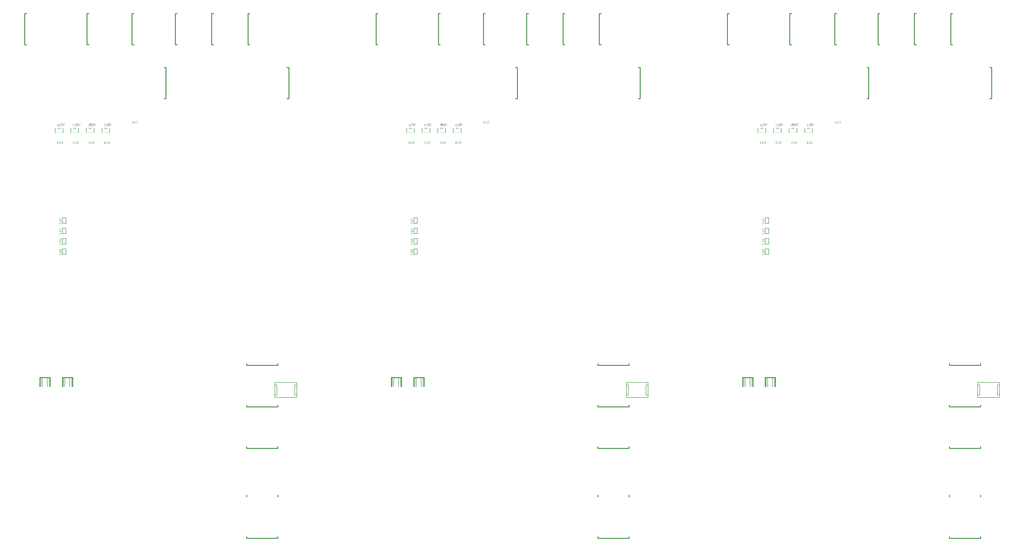
<source format=gbo>
G75*
G70*
%OFA0B0*%
%FSLAX25Y25*%
%IPPOS*%
%LPD*%
%AMOC8*
5,1,8,0,0,1.08239X$1,22.5*
%
%ADD122C,0.00600*%
%ADD26C,0.01200*%
%ADD32C,0.00300*%
%ADD76C,0.00800*%
%ADD91C,0.00500*%
X0060000Y0060000D02*
G75*
%LPD*%
D32*
X0140990Y0555250D02*
X0140510Y0555730D01*
X0140510Y0556700D01*
X0140990Y0557180D01*
X0140990Y0558190D02*
X0140510Y0558680D01*
X0140510Y0559650D01*
X0140990Y0560130D01*
X0141960Y0560130D01*
X0142440Y0559650D01*
X0142440Y0559160D01*
X0141960Y0558190D01*
X0143410Y0558190D01*
X0143410Y0560130D01*
X0142930Y0561140D02*
X0143410Y0561620D01*
X0143410Y0562590D01*
X0142930Y0563080D01*
X0140990Y0561140D01*
X0140510Y0561620D01*
X0140510Y0562590D01*
X0140990Y0563080D01*
X0142930Y0563080D01*
X0142930Y0561140D02*
X0140990Y0561140D01*
X0142930Y0557180D02*
X0143410Y0556700D01*
X0143410Y0555730D01*
X0142930Y0555250D01*
X0140990Y0555250D01*
X0140990Y0570250D02*
X0140510Y0570730D01*
X0140510Y0571700D01*
X0140990Y0572180D01*
X0141960Y0573190D02*
X0141960Y0575130D01*
X0142440Y0576140D02*
X0141960Y0576620D01*
X0141960Y0578080D01*
X0140990Y0578080D02*
X0142930Y0578080D01*
X0143410Y0577590D01*
X0143410Y0576620D01*
X0142930Y0576140D01*
X0142440Y0576140D01*
X0140990Y0576140D02*
X0140510Y0576620D01*
X0140510Y0577590D01*
X0140990Y0578080D01*
X0140510Y0574650D02*
X0143410Y0574650D01*
X0141960Y0573190D01*
X0142930Y0572180D02*
X0143410Y0571700D01*
X0143410Y0570730D01*
X0142930Y0570250D01*
X0140990Y0570250D01*
X0140990Y0585250D02*
X0140510Y0585730D01*
X0140510Y0586700D01*
X0140990Y0587180D01*
X0141960Y0588190D02*
X0141960Y0590130D01*
X0142930Y0591140D02*
X0143410Y0591620D01*
X0143410Y0592590D01*
X0142930Y0593080D01*
X0142440Y0593080D01*
X0140510Y0591140D01*
X0140510Y0593080D01*
X0140510Y0589650D02*
X0143410Y0589650D01*
X0141960Y0588190D01*
X0142930Y0587180D02*
X0143410Y0586700D01*
X0143410Y0585730D01*
X0142930Y0585250D01*
X0140990Y0585250D01*
X0140990Y0600250D02*
X0140510Y0600730D01*
X0140510Y0601700D01*
X0140990Y0602180D01*
X0141960Y0603190D02*
X0141960Y0605130D01*
X0142440Y0606140D02*
X0143410Y0607110D01*
X0140510Y0607110D01*
X0140510Y0606140D02*
X0140510Y0608080D01*
X0140510Y0604650D02*
X0143410Y0604650D01*
X0141960Y0603190D01*
X0142930Y0602180D02*
X0143410Y0601700D01*
X0143410Y0600730D01*
X0142930Y0600250D01*
X0140990Y0600250D01*
X0140790Y0715950D02*
X0141760Y0715950D01*
X0142240Y0716430D01*
X0143250Y0715950D02*
X0144220Y0716920D01*
X0143730Y0716920D02*
X0145190Y0716920D01*
X0145190Y0715950D02*
X0145190Y0718850D01*
X0143730Y0718850D01*
X0143250Y0718370D01*
X0143250Y0717400D01*
X0143730Y0716920D01*
X0142240Y0718370D02*
X0141760Y0718850D01*
X0140790Y0718850D01*
X0140300Y0718370D01*
X0140300Y0717880D01*
X0140790Y0717400D01*
X0140300Y0716920D01*
X0140300Y0716430D01*
X0140790Y0715950D01*
X0140790Y0717400D02*
X0141270Y0717400D01*
X0139290Y0716430D02*
X0138810Y0715950D01*
X0137840Y0715950D01*
X0137360Y0716430D01*
X0137360Y0716920D01*
X0137840Y0717400D01*
X0138330Y0717400D01*
X0137840Y0717400D02*
X0137360Y0717880D01*
X0137360Y0718370D01*
X0137840Y0718850D01*
X0138810Y0718850D01*
X0139290Y0718370D01*
X0138810Y0741450D02*
X0137840Y0741450D01*
X0137360Y0741930D01*
X0137360Y0742420D01*
X0137840Y0742900D01*
X0139290Y0742900D01*
X0139290Y0741930D01*
X0138810Y0741450D01*
X0139290Y0742900D02*
X0138330Y0743870D01*
X0137360Y0744350D01*
X0140300Y0743870D02*
X0140300Y0743380D01*
X0140790Y0742900D01*
X0140300Y0742420D01*
X0140300Y0741930D01*
X0140790Y0741450D01*
X0141760Y0741450D01*
X0142240Y0741930D01*
X0143250Y0741930D02*
X0143730Y0741450D01*
X0144700Y0741450D01*
X0145190Y0741930D01*
X0145190Y0743870D01*
X0144700Y0744350D01*
X0143730Y0744350D01*
X0143250Y0743870D01*
X0142240Y0743870D02*
X0141760Y0744350D01*
X0140790Y0744350D01*
X0140300Y0743870D01*
X0140790Y0742900D02*
X0141270Y0742900D01*
X0142470Y0745070D02*
X0144400Y0743130D01*
X0144400Y0742650D01*
X0145410Y0743130D02*
X0145410Y0745550D01*
X0144400Y0745550D02*
X0142470Y0745550D01*
X0142470Y0745070D01*
X0145410Y0743130D02*
X0145900Y0742650D01*
X0146860Y0742650D01*
X0147350Y0743130D01*
X0147350Y0745550D01*
X0159860Y0742900D02*
X0161790Y0742900D01*
X0160340Y0744350D01*
X0160340Y0741450D01*
X0162800Y0741450D02*
X0164740Y0741450D01*
X0163770Y0741450D02*
X0163770Y0744350D01*
X0164740Y0743380D01*
X0164970Y0743620D02*
X0164970Y0743130D01*
X0165450Y0742650D01*
X0166420Y0742650D01*
X0166900Y0743130D01*
X0167910Y0743130D02*
X0167910Y0745550D01*
X0166900Y0745070D02*
X0166420Y0745550D01*
X0165450Y0745550D01*
X0164970Y0745070D01*
X0164970Y0744580D01*
X0165450Y0744100D01*
X0164970Y0743620D01*
X0165450Y0744100D02*
X0165930Y0744100D01*
X0165750Y0743870D02*
X0166230Y0744350D01*
X0167200Y0744350D01*
X0167690Y0743870D01*
X0167690Y0741930D01*
X0167200Y0741450D01*
X0166230Y0741450D01*
X0165750Y0741930D01*
X0167910Y0743130D02*
X0168400Y0742650D01*
X0169360Y0742650D01*
X0169850Y0743130D01*
X0169850Y0745550D01*
X0182360Y0744350D02*
X0184290Y0744350D01*
X0184290Y0742900D01*
X0183330Y0743380D01*
X0182840Y0743380D01*
X0182360Y0742900D01*
X0182360Y0741930D01*
X0182840Y0741450D01*
X0183810Y0741450D01*
X0184290Y0741930D01*
X0185000Y0742650D02*
X0185970Y0742650D01*
X0186450Y0743130D01*
X0184520Y0745070D01*
X0184520Y0743130D01*
X0185000Y0742650D01*
X0185300Y0742420D02*
X0185300Y0741930D01*
X0185790Y0741450D01*
X0186760Y0741450D01*
X0187240Y0741930D01*
X0187470Y0742650D02*
X0189400Y0742650D01*
X0188430Y0742650D02*
X0188430Y0745550D01*
X0189400Y0744580D01*
X0189700Y0744350D02*
X0188730Y0744350D01*
X0188250Y0743870D01*
X0187240Y0743870D02*
X0186760Y0744350D01*
X0185790Y0744350D01*
X0185300Y0743870D01*
X0185300Y0743380D01*
X0185790Y0742900D01*
X0185300Y0742420D01*
X0185790Y0742900D02*
X0186270Y0742900D01*
X0186450Y0743130D02*
X0186450Y0745070D01*
X0185970Y0745550D01*
X0185000Y0745550D01*
X0184520Y0745070D01*
X0188250Y0741930D02*
X0188730Y0741450D01*
X0189700Y0741450D01*
X0190190Y0741930D01*
X0190190Y0743870D01*
X0189700Y0744350D01*
X0190410Y0745550D02*
X0190410Y0743130D01*
X0190900Y0742650D01*
X0191860Y0742650D01*
X0192350Y0743130D01*
X0192350Y0745550D01*
X0204860Y0744350D02*
X0206790Y0744350D01*
X0206790Y0742900D01*
X0205830Y0743380D01*
X0205340Y0743380D01*
X0204860Y0742900D01*
X0204860Y0741930D01*
X0205340Y0741450D01*
X0206310Y0741450D01*
X0206790Y0741930D01*
X0207800Y0741450D02*
X0209740Y0741450D01*
X0208770Y0741450D02*
X0208770Y0744350D01*
X0209740Y0743380D01*
X0209970Y0743130D02*
X0210450Y0742650D01*
X0211420Y0742650D01*
X0211900Y0743130D01*
X0211900Y0744100D02*
X0210930Y0744580D01*
X0210450Y0744580D01*
X0209970Y0744100D01*
X0209970Y0743130D01*
X0210750Y0743870D02*
X0211230Y0744350D01*
X0212200Y0744350D01*
X0212690Y0743870D01*
X0212690Y0741930D01*
X0212200Y0741450D01*
X0211230Y0741450D01*
X0210750Y0741930D01*
X0211900Y0744100D02*
X0211900Y0745550D01*
X0209970Y0745550D01*
X0212910Y0745550D02*
X0212910Y0743130D01*
X0213400Y0742650D01*
X0214360Y0742650D01*
X0214850Y0743130D01*
X0214850Y0745550D01*
X0212690Y0718850D02*
X0211230Y0718850D01*
X0210750Y0718370D01*
X0210750Y0717400D01*
X0211230Y0716920D01*
X0212690Y0716920D01*
X0212690Y0715950D02*
X0212690Y0718850D01*
X0211720Y0716920D02*
X0210750Y0715950D01*
X0209740Y0715950D02*
X0207800Y0715950D01*
X0208770Y0715950D02*
X0208770Y0718850D01*
X0209740Y0717880D01*
X0206790Y0717880D02*
X0206790Y0718370D01*
X0206310Y0718850D01*
X0205340Y0718850D01*
X0204860Y0718370D01*
X0204860Y0717880D01*
X0205340Y0717400D01*
X0206310Y0717400D01*
X0206790Y0717880D01*
X0206310Y0717400D02*
X0206790Y0716920D01*
X0206790Y0716430D01*
X0206310Y0715950D01*
X0205340Y0715950D01*
X0204860Y0716430D01*
X0204860Y0716920D01*
X0205340Y0717400D01*
X0190190Y0716920D02*
X0188730Y0716920D01*
X0188250Y0717400D01*
X0188250Y0718370D01*
X0188730Y0718850D01*
X0190190Y0718850D01*
X0190190Y0715950D01*
X0189220Y0716920D02*
X0188250Y0715950D01*
X0187240Y0717400D02*
X0185300Y0717400D01*
X0184290Y0717880D02*
X0183330Y0718850D01*
X0183330Y0715950D01*
X0184290Y0715950D02*
X0182360Y0715950D01*
X0185790Y0715950D02*
X0185790Y0718850D01*
X0187240Y0717400D01*
X0167690Y0716920D02*
X0166230Y0716920D01*
X0165750Y0717400D01*
X0165750Y0718370D01*
X0166230Y0718850D01*
X0167690Y0718850D01*
X0167690Y0715950D01*
X0166720Y0716920D02*
X0165750Y0715950D01*
X0164740Y0715950D02*
X0162800Y0715950D01*
X0163770Y0715950D02*
X0163770Y0718850D01*
X0164740Y0717880D01*
X0161790Y0718370D02*
X0161310Y0718850D01*
X0160340Y0718850D01*
X0159860Y0718370D01*
X0159860Y0717880D01*
X0161790Y0715950D01*
X0159860Y0715950D01*
X0245520Y0746130D02*
X0245520Y0746620D01*
X0246000Y0747100D01*
X0247450Y0747100D01*
X0247450Y0746130D01*
X0246970Y0745650D01*
X0246000Y0745650D01*
X0245520Y0746130D01*
X0246490Y0748070D02*
X0247450Y0747100D01*
X0246490Y0748070D02*
X0245520Y0748550D01*
X0249430Y0748550D02*
X0249430Y0745650D01*
X0248470Y0745650D02*
X0250400Y0745650D01*
X0251410Y0746130D02*
X0251900Y0745650D01*
X0252860Y0745650D01*
X0253350Y0746130D01*
X0253350Y0748070D01*
X0252860Y0748550D01*
X0251900Y0748550D01*
X0251410Y0748070D01*
X0250400Y0747580D02*
X0249430Y0748550D01*
D122*
X0213100Y0738190D02*
X0213100Y0731810D01*
X0212730Y0731810D01*
X0209550Y0731810D02*
X0209180Y0731810D01*
X0205810Y0731810D02*
X0205440Y0731810D01*
X0202270Y0731810D02*
X0201900Y0731810D01*
X0201900Y0738190D01*
X0202270Y0738190D01*
X0205440Y0738190D02*
X0209550Y0738190D01*
X0212730Y0738190D02*
X0213100Y0738190D01*
X0190600Y0738190D02*
X0190600Y0731810D01*
X0190230Y0731810D01*
X0187050Y0731810D02*
X0186680Y0731810D01*
X0183310Y0731810D02*
X0182940Y0731810D01*
X0179770Y0731810D02*
X0179400Y0731810D01*
X0179400Y0738190D01*
X0179770Y0738190D01*
X0182940Y0738190D02*
X0187050Y0738190D01*
X0190230Y0738190D02*
X0190600Y0738190D01*
X0168100Y0738190D02*
X0168100Y0731810D01*
X0167730Y0731810D01*
X0164550Y0731810D02*
X0164180Y0731810D01*
X0160810Y0731810D02*
X0160440Y0731810D01*
X0157270Y0731810D02*
X0156900Y0731810D01*
X0156900Y0738190D01*
X0157270Y0738190D01*
X0160440Y0738190D02*
X0164550Y0738190D01*
X0167730Y0738190D02*
X0168100Y0738190D01*
X0145600Y0738190D02*
X0145600Y0731810D01*
X0145230Y0731810D01*
X0142050Y0731810D02*
X0141680Y0731810D01*
X0138310Y0731810D02*
X0137940Y0731810D01*
X0134770Y0731810D02*
X0134400Y0731810D01*
X0134400Y0738190D01*
X0134770Y0738190D01*
X0137940Y0738190D02*
X0142050Y0738190D01*
X0145230Y0738190D02*
X0145600Y0738190D01*
D26*
X0112500Y0378000D02*
X0112500Y0365000D01*
X0112500Y0378000D02*
X0114000Y0378000D01*
X0116000Y0378000D01*
X0127200Y0378000D01*
X0127200Y0365000D01*
X0145000Y0365000D02*
X0145000Y0378000D01*
X0146500Y0378000D01*
X0148500Y0378000D01*
X0159700Y0378000D01*
X0159700Y0365000D01*
X0411000Y0338000D02*
X0411000Y0335500D01*
X0456000Y0335500D01*
X0456000Y0338000D01*
X0456000Y0395500D02*
X0411000Y0395500D01*
X0411000Y0398000D01*
X0456000Y0398000D02*
X0456000Y0395500D01*
X0456000Y0278000D02*
X0456000Y0275500D01*
X0411000Y0275500D01*
X0411000Y0278000D01*
X0411000Y0208000D02*
X0411000Y0205500D01*
X0411000Y0148000D02*
X0411000Y0145500D01*
X0456000Y0145500D01*
X0456000Y0148000D01*
X0456000Y0205500D02*
X0456000Y0208000D01*
X0469500Y0781000D02*
X0472000Y0781000D01*
X0472000Y0826000D01*
X0469500Y0826000D01*
X0294500Y0826000D02*
X0294500Y0781000D01*
X0292000Y0781000D01*
X0292000Y0826000D02*
X0294500Y0826000D01*
D76*
X0158200Y0378000D02*
X0158200Y0365000D01*
X0155500Y0364800D02*
X0155500Y0377800D01*
X0148500Y0378000D02*
X0148500Y0365000D01*
X0146500Y0365000D02*
X0146500Y0378000D01*
X0125700Y0378000D02*
X0125700Y0365000D01*
X0123000Y0364800D02*
X0123000Y0377800D01*
X0116000Y0378000D02*
X0116000Y0365000D01*
X0114000Y0365000D02*
X0114000Y0378000D01*
D91*
X0145040Y0556060D02*
X0145040Y0563940D01*
X0149960Y0563940D01*
X0149960Y0556060D01*
X0145040Y0556060D01*
X0145040Y0571060D02*
X0145040Y0578940D01*
X0149960Y0578940D01*
X0149960Y0571060D01*
X0145040Y0571060D01*
X0145040Y0586060D02*
X0145040Y0593940D01*
X0149960Y0593940D01*
X0149960Y0586060D01*
X0145040Y0586060D01*
X0145040Y0601060D02*
X0145040Y0608940D01*
X0149960Y0608940D01*
X0149960Y0601060D01*
X0145040Y0601060D01*
X0451750Y0370830D02*
X0451750Y0367090D01*
X0454780Y0367090D01*
X0454780Y0352910D01*
X0451750Y0352910D01*
X0451750Y0349170D01*
X0483240Y0349170D01*
X0483240Y0352910D01*
X0480210Y0352910D01*
X0480210Y0367090D01*
X0483240Y0367090D01*
X0483240Y0370830D01*
X0451750Y0370830D01*
X0451750Y0367090D02*
X0451750Y0352910D01*
X0483240Y0352910D02*
X0483240Y0367090D01*
X0060000Y0855000D02*
G75*
%LPD*%
D26*
X0090500Y0859000D02*
X0090500Y0904000D01*
X0093000Y0904000D01*
X0180500Y0904000D02*
X0183000Y0904000D01*
X0180500Y0904000D02*
X0180500Y0859000D01*
X0183000Y0859000D01*
X0245500Y0859000D02*
X0245500Y0904000D01*
X0248000Y0904000D01*
X0308000Y0904000D02*
X0310500Y0904000D01*
X0308000Y0904000D02*
X0308000Y0859000D01*
X0310500Y0859000D01*
X0360500Y0859000D02*
X0360500Y0904000D01*
X0363000Y0904000D01*
X0413000Y0904000D02*
X0415500Y0904000D01*
X0413000Y0904000D02*
X0413000Y0859000D01*
X0415500Y0859000D01*
X0363000Y0859000D02*
X0360500Y0859000D01*
X0248000Y0859000D02*
X0245500Y0859000D01*
X0093000Y0859000D02*
X0090500Y0859000D01*
X0567500Y0060000D02*
G75*
%LPD*%
D32*
X0648490Y0555250D02*
X0648010Y0555730D01*
X0648010Y0556700D01*
X0648490Y0557180D01*
X0648490Y0558190D02*
X0648010Y0558680D01*
X0648010Y0559650D01*
X0648490Y0560130D01*
X0649460Y0560130D01*
X0649940Y0559650D01*
X0649940Y0559160D01*
X0649460Y0558190D01*
X0650910Y0558190D01*
X0650910Y0560130D01*
X0650430Y0561140D02*
X0650910Y0561620D01*
X0650910Y0562590D01*
X0650430Y0563080D01*
X0648490Y0561140D01*
X0648010Y0561620D01*
X0648010Y0562590D01*
X0648490Y0563080D01*
X0650430Y0563080D01*
X0650430Y0561140D02*
X0648490Y0561140D01*
X0650430Y0557180D02*
X0650910Y0556700D01*
X0650910Y0555730D01*
X0650430Y0555250D01*
X0648490Y0555250D01*
X0648490Y0570250D02*
X0648010Y0570730D01*
X0648010Y0571700D01*
X0648490Y0572180D01*
X0649460Y0573190D02*
X0649460Y0575130D01*
X0649940Y0576140D02*
X0649460Y0576620D01*
X0649460Y0578080D01*
X0648490Y0578080D02*
X0650430Y0578080D01*
X0650910Y0577590D01*
X0650910Y0576620D01*
X0650430Y0576140D01*
X0649940Y0576140D01*
X0648490Y0576140D02*
X0648010Y0576620D01*
X0648010Y0577590D01*
X0648490Y0578080D01*
X0648010Y0574650D02*
X0650910Y0574650D01*
X0649460Y0573190D01*
X0650430Y0572180D02*
X0650910Y0571700D01*
X0650910Y0570730D01*
X0650430Y0570250D01*
X0648490Y0570250D01*
X0648490Y0585250D02*
X0648010Y0585730D01*
X0648010Y0586700D01*
X0648490Y0587180D01*
X0649460Y0588190D02*
X0649460Y0590130D01*
X0650430Y0591140D02*
X0650910Y0591620D01*
X0650910Y0592590D01*
X0650430Y0593080D01*
X0649940Y0593080D01*
X0648010Y0591140D01*
X0648010Y0593080D01*
X0648010Y0589650D02*
X0650910Y0589650D01*
X0649460Y0588190D01*
X0650430Y0587180D02*
X0650910Y0586700D01*
X0650910Y0585730D01*
X0650430Y0585250D01*
X0648490Y0585250D01*
X0648490Y0600250D02*
X0648010Y0600730D01*
X0648010Y0601700D01*
X0648490Y0602180D01*
X0649460Y0603190D02*
X0649460Y0605130D01*
X0649940Y0606140D02*
X0650910Y0607110D01*
X0648010Y0607110D01*
X0648010Y0606140D02*
X0648010Y0608080D01*
X0648010Y0604650D02*
X0650910Y0604650D01*
X0649460Y0603190D01*
X0650430Y0602180D02*
X0650910Y0601700D01*
X0650910Y0600730D01*
X0650430Y0600250D01*
X0648490Y0600250D01*
X0648290Y0715950D02*
X0649260Y0715950D01*
X0649740Y0716430D01*
X0650750Y0715950D02*
X0651720Y0716920D01*
X0651230Y0716920D02*
X0652690Y0716920D01*
X0652690Y0715950D02*
X0652690Y0718850D01*
X0651230Y0718850D01*
X0650750Y0718370D01*
X0650750Y0717400D01*
X0651230Y0716920D01*
X0649740Y0718370D02*
X0649260Y0718850D01*
X0648290Y0718850D01*
X0647800Y0718370D01*
X0647800Y0717880D01*
X0648290Y0717400D01*
X0647800Y0716920D01*
X0647800Y0716430D01*
X0648290Y0715950D01*
X0648290Y0717400D02*
X0648770Y0717400D01*
X0646790Y0716430D02*
X0646310Y0715950D01*
X0645340Y0715950D01*
X0644860Y0716430D01*
X0644860Y0716920D01*
X0645340Y0717400D01*
X0645830Y0717400D01*
X0645340Y0717400D02*
X0644860Y0717880D01*
X0644860Y0718370D01*
X0645340Y0718850D01*
X0646310Y0718850D01*
X0646790Y0718370D01*
X0646310Y0741450D02*
X0645340Y0741450D01*
X0644860Y0741930D01*
X0644860Y0742420D01*
X0645340Y0742900D01*
X0646790Y0742900D01*
X0646790Y0741930D01*
X0646310Y0741450D01*
X0646790Y0742900D02*
X0645830Y0743870D01*
X0644860Y0744350D01*
X0647800Y0743870D02*
X0647800Y0743380D01*
X0648290Y0742900D01*
X0647800Y0742420D01*
X0647800Y0741930D01*
X0648290Y0741450D01*
X0649260Y0741450D01*
X0649740Y0741930D01*
X0650750Y0741930D02*
X0651230Y0741450D01*
X0652200Y0741450D01*
X0652690Y0741930D01*
X0652690Y0743870D01*
X0652200Y0744350D01*
X0651230Y0744350D01*
X0650750Y0743870D01*
X0649740Y0743870D02*
X0649260Y0744350D01*
X0648290Y0744350D01*
X0647800Y0743870D01*
X0648290Y0742900D02*
X0648770Y0742900D01*
X0649970Y0745070D02*
X0651900Y0743130D01*
X0651900Y0742650D01*
X0652910Y0743130D02*
X0652910Y0745550D01*
X0651900Y0745550D02*
X0649970Y0745550D01*
X0649970Y0745070D01*
X0652910Y0743130D02*
X0653400Y0742650D01*
X0654360Y0742650D01*
X0654850Y0743130D01*
X0654850Y0745550D01*
X0667360Y0742900D02*
X0669290Y0742900D01*
X0667840Y0744350D01*
X0667840Y0741450D01*
X0670300Y0741450D02*
X0672240Y0741450D01*
X0671270Y0741450D02*
X0671270Y0744350D01*
X0672240Y0743380D01*
X0672470Y0743620D02*
X0672470Y0743130D01*
X0672950Y0742650D01*
X0673920Y0742650D01*
X0674400Y0743130D01*
X0675410Y0743130D02*
X0675410Y0745550D01*
X0674400Y0745070D02*
X0673920Y0745550D01*
X0672950Y0745550D01*
X0672470Y0745070D01*
X0672470Y0744580D01*
X0672950Y0744100D01*
X0672470Y0743620D01*
X0672950Y0744100D02*
X0673430Y0744100D01*
X0673250Y0743870D02*
X0673730Y0744350D01*
X0674700Y0744350D01*
X0675190Y0743870D01*
X0675190Y0741930D01*
X0674700Y0741450D01*
X0673730Y0741450D01*
X0673250Y0741930D01*
X0675410Y0743130D02*
X0675900Y0742650D01*
X0676860Y0742650D01*
X0677350Y0743130D01*
X0677350Y0745550D01*
X0689860Y0744350D02*
X0691790Y0744350D01*
X0691790Y0742900D01*
X0690830Y0743380D01*
X0690340Y0743380D01*
X0689860Y0742900D01*
X0689860Y0741930D01*
X0690340Y0741450D01*
X0691310Y0741450D01*
X0691790Y0741930D01*
X0692500Y0742650D02*
X0693470Y0742650D01*
X0693950Y0743130D01*
X0692020Y0745070D01*
X0692020Y0743130D01*
X0692500Y0742650D01*
X0692800Y0742420D02*
X0692800Y0741930D01*
X0693290Y0741450D01*
X0694260Y0741450D01*
X0694740Y0741930D01*
X0694970Y0742650D02*
X0696900Y0742650D01*
X0695930Y0742650D02*
X0695930Y0745550D01*
X0696900Y0744580D01*
X0697200Y0744350D02*
X0696230Y0744350D01*
X0695750Y0743870D01*
X0694740Y0743870D02*
X0694260Y0744350D01*
X0693290Y0744350D01*
X0692800Y0743870D01*
X0692800Y0743380D01*
X0693290Y0742900D01*
X0692800Y0742420D01*
X0693290Y0742900D02*
X0693770Y0742900D01*
X0693950Y0743130D02*
X0693950Y0745070D01*
X0693470Y0745550D01*
X0692500Y0745550D01*
X0692020Y0745070D01*
X0695750Y0741930D02*
X0696230Y0741450D01*
X0697200Y0741450D01*
X0697690Y0741930D01*
X0697690Y0743870D01*
X0697200Y0744350D01*
X0697910Y0745550D02*
X0697910Y0743130D01*
X0698400Y0742650D01*
X0699360Y0742650D01*
X0699850Y0743130D01*
X0699850Y0745550D01*
X0712360Y0744350D02*
X0714290Y0744350D01*
X0714290Y0742900D01*
X0713330Y0743380D01*
X0712840Y0743380D01*
X0712360Y0742900D01*
X0712360Y0741930D01*
X0712840Y0741450D01*
X0713810Y0741450D01*
X0714290Y0741930D01*
X0715300Y0741450D02*
X0717240Y0741450D01*
X0716270Y0741450D02*
X0716270Y0744350D01*
X0717240Y0743380D01*
X0717470Y0743130D02*
X0717950Y0742650D01*
X0718920Y0742650D01*
X0719400Y0743130D01*
X0719400Y0744100D02*
X0718430Y0744580D01*
X0717950Y0744580D01*
X0717470Y0744100D01*
X0717470Y0743130D01*
X0718250Y0743870D02*
X0718730Y0744350D01*
X0719700Y0744350D01*
X0720190Y0743870D01*
X0720190Y0741930D01*
X0719700Y0741450D01*
X0718730Y0741450D01*
X0718250Y0741930D01*
X0719400Y0744100D02*
X0719400Y0745550D01*
X0717470Y0745550D01*
X0720410Y0745550D02*
X0720410Y0743130D01*
X0720900Y0742650D01*
X0721860Y0742650D01*
X0722350Y0743130D01*
X0722350Y0745550D01*
X0720190Y0718850D02*
X0718730Y0718850D01*
X0718250Y0718370D01*
X0718250Y0717400D01*
X0718730Y0716920D01*
X0720190Y0716920D01*
X0720190Y0715950D02*
X0720190Y0718850D01*
X0719220Y0716920D02*
X0718250Y0715950D01*
X0717240Y0715950D02*
X0715300Y0715950D01*
X0716270Y0715950D02*
X0716270Y0718850D01*
X0717240Y0717880D01*
X0714290Y0717880D02*
X0714290Y0718370D01*
X0713810Y0718850D01*
X0712840Y0718850D01*
X0712360Y0718370D01*
X0712360Y0717880D01*
X0712840Y0717400D01*
X0713810Y0717400D01*
X0714290Y0717880D01*
X0713810Y0717400D02*
X0714290Y0716920D01*
X0714290Y0716430D01*
X0713810Y0715950D01*
X0712840Y0715950D01*
X0712360Y0716430D01*
X0712360Y0716920D01*
X0712840Y0717400D01*
X0697690Y0716920D02*
X0696230Y0716920D01*
X0695750Y0717400D01*
X0695750Y0718370D01*
X0696230Y0718850D01*
X0697690Y0718850D01*
X0697690Y0715950D01*
X0696720Y0716920D02*
X0695750Y0715950D01*
X0694740Y0717400D02*
X0692800Y0717400D01*
X0691790Y0717880D02*
X0690830Y0718850D01*
X0690830Y0715950D01*
X0691790Y0715950D02*
X0689860Y0715950D01*
X0693290Y0715950D02*
X0693290Y0718850D01*
X0694740Y0717400D01*
X0675190Y0716920D02*
X0673730Y0716920D01*
X0673250Y0717400D01*
X0673250Y0718370D01*
X0673730Y0718850D01*
X0675190Y0718850D01*
X0675190Y0715950D01*
X0674220Y0716920D02*
X0673250Y0715950D01*
X0672240Y0715950D02*
X0670300Y0715950D01*
X0671270Y0715950D02*
X0671270Y0718850D01*
X0672240Y0717880D01*
X0669290Y0718370D02*
X0668810Y0718850D01*
X0667840Y0718850D01*
X0667360Y0718370D01*
X0667360Y0717880D01*
X0669290Y0715950D01*
X0667360Y0715950D01*
X0753020Y0746130D02*
X0753020Y0746620D01*
X0753500Y0747100D01*
X0754950Y0747100D01*
X0754950Y0746130D01*
X0754470Y0745650D01*
X0753500Y0745650D01*
X0753020Y0746130D01*
X0753990Y0748070D02*
X0754950Y0747100D01*
X0753990Y0748070D02*
X0753020Y0748550D01*
X0756930Y0748550D02*
X0756930Y0745650D01*
X0755970Y0745650D02*
X0757900Y0745650D01*
X0758910Y0746130D02*
X0759400Y0745650D01*
X0760360Y0745650D01*
X0760850Y0746130D01*
X0760850Y0748070D01*
X0760360Y0748550D01*
X0759400Y0748550D01*
X0758910Y0748070D01*
X0757900Y0747580D02*
X0756930Y0748550D01*
D122*
X0720600Y0738190D02*
X0720600Y0731810D01*
X0720230Y0731810D01*
X0717050Y0731810D02*
X0716680Y0731810D01*
X0713310Y0731810D02*
X0712940Y0731810D01*
X0709770Y0731810D02*
X0709400Y0731810D01*
X0709400Y0738190D01*
X0709770Y0738190D01*
X0712940Y0738190D02*
X0717050Y0738190D01*
X0720230Y0738190D02*
X0720600Y0738190D01*
X0698100Y0738190D02*
X0698100Y0731810D01*
X0697730Y0731810D01*
X0694550Y0731810D02*
X0694180Y0731810D01*
X0690810Y0731810D02*
X0690440Y0731810D01*
X0687270Y0731810D02*
X0686900Y0731810D01*
X0686900Y0738190D01*
X0687270Y0738190D01*
X0690440Y0738190D02*
X0694550Y0738190D01*
X0697730Y0738190D02*
X0698100Y0738190D01*
X0675600Y0738190D02*
X0675600Y0731810D01*
X0675230Y0731810D01*
X0672050Y0731810D02*
X0671680Y0731810D01*
X0668310Y0731810D02*
X0667940Y0731810D01*
X0664770Y0731810D02*
X0664400Y0731810D01*
X0664400Y0738190D01*
X0664770Y0738190D01*
X0667940Y0738190D02*
X0672050Y0738190D01*
X0675230Y0738190D02*
X0675600Y0738190D01*
X0653100Y0738190D02*
X0653100Y0731810D01*
X0652730Y0731810D01*
X0649550Y0731810D02*
X0649180Y0731810D01*
X0645810Y0731810D02*
X0645440Y0731810D01*
X0642270Y0731810D02*
X0641900Y0731810D01*
X0641900Y0738190D01*
X0642270Y0738190D01*
X0645440Y0738190D02*
X0649550Y0738190D01*
X0652730Y0738190D02*
X0653100Y0738190D01*
D26*
X0620000Y0378000D02*
X0620000Y0365000D01*
X0620000Y0378000D02*
X0621500Y0378000D01*
X0623500Y0378000D01*
X0634700Y0378000D01*
X0634700Y0365000D01*
X0652500Y0365000D02*
X0652500Y0378000D01*
X0654000Y0378000D01*
X0656000Y0378000D01*
X0667200Y0378000D01*
X0667200Y0365000D01*
X0918500Y0338000D02*
X0918500Y0335500D01*
X0963500Y0335500D01*
X0963500Y0338000D01*
X0963500Y0395500D02*
X0918500Y0395500D01*
X0918500Y0398000D01*
X0963500Y0398000D02*
X0963500Y0395500D01*
X0963500Y0278000D02*
X0963500Y0275500D01*
X0918500Y0275500D01*
X0918500Y0278000D01*
X0918500Y0208000D02*
X0918500Y0205500D01*
X0918500Y0148000D02*
X0918500Y0145500D01*
X0963500Y0145500D01*
X0963500Y0148000D01*
X0963500Y0205500D02*
X0963500Y0208000D01*
X0977000Y0781000D02*
X0979500Y0781000D01*
X0979500Y0826000D01*
X0977000Y0826000D01*
X0802000Y0826000D02*
X0802000Y0781000D01*
X0799500Y0781000D01*
X0799500Y0826000D02*
X0802000Y0826000D01*
D76*
X0665700Y0378000D02*
X0665700Y0365000D01*
X0663000Y0364800D02*
X0663000Y0377800D01*
X0656000Y0378000D02*
X0656000Y0365000D01*
X0654000Y0365000D02*
X0654000Y0378000D01*
X0633200Y0378000D02*
X0633200Y0365000D01*
X0630500Y0364800D02*
X0630500Y0377800D01*
X0623500Y0378000D02*
X0623500Y0365000D01*
X0621500Y0365000D02*
X0621500Y0378000D01*
D91*
X0652540Y0556060D02*
X0652540Y0563940D01*
X0657460Y0563940D01*
X0657460Y0556060D01*
X0652540Y0556060D01*
X0652540Y0571060D02*
X0652540Y0578940D01*
X0657460Y0578940D01*
X0657460Y0571060D01*
X0652540Y0571060D01*
X0652540Y0586060D02*
X0652540Y0593940D01*
X0657460Y0593940D01*
X0657460Y0586060D01*
X0652540Y0586060D01*
X0652540Y0601060D02*
X0652540Y0608940D01*
X0657460Y0608940D01*
X0657460Y0601060D01*
X0652540Y0601060D01*
X0959250Y0370830D02*
X0959250Y0367090D01*
X0962280Y0367090D01*
X0962280Y0352910D01*
X0959250Y0352910D01*
X0959250Y0349170D01*
X0990740Y0349170D01*
X0990740Y0352910D01*
X0987710Y0352910D01*
X0987710Y0367090D01*
X0990740Y0367090D01*
X0990740Y0370830D01*
X0959250Y0370830D01*
X0959250Y0367090D02*
X0959250Y0352910D01*
X0990740Y0352910D02*
X0990740Y0367090D01*
X0567500Y0855000D02*
G75*
%LPD*%
D26*
X0598000Y0859000D02*
X0598000Y0904000D01*
X0600500Y0904000D01*
X0688000Y0904000D02*
X0690500Y0904000D01*
X0688000Y0904000D02*
X0688000Y0859000D01*
X0690500Y0859000D01*
X0753000Y0859000D02*
X0753000Y0904000D01*
X0755500Y0904000D01*
X0815500Y0904000D02*
X0818000Y0904000D01*
X0815500Y0904000D02*
X0815500Y0859000D01*
X0818000Y0859000D01*
X0868000Y0859000D02*
X0868000Y0904000D01*
X0870500Y0904000D01*
X0920500Y0904000D02*
X0923000Y0904000D01*
X0920500Y0904000D02*
X0920500Y0859000D01*
X0923000Y0859000D01*
X0870500Y0859000D02*
X0868000Y0859000D01*
X0755500Y0859000D02*
X0753000Y0859000D01*
X0600500Y0859000D02*
X0598000Y0859000D01*
X1075000Y0060000D02*
G75*
%LPD*%
D32*
X1155990Y0555250D02*
X1155510Y0555730D01*
X1155510Y0556700D01*
X1155990Y0557180D01*
X1155990Y0558190D02*
X1155510Y0558680D01*
X1155510Y0559650D01*
X1155990Y0560130D01*
X1156960Y0560130D01*
X1157440Y0559650D01*
X1157440Y0559160D01*
X1156960Y0558190D01*
X1158410Y0558190D01*
X1158410Y0560130D01*
X1157930Y0561140D02*
X1158410Y0561620D01*
X1158410Y0562590D01*
X1157930Y0563080D01*
X1155990Y0561140D01*
X1155510Y0561620D01*
X1155510Y0562590D01*
X1155990Y0563080D01*
X1157930Y0563080D01*
X1157930Y0561140D02*
X1155990Y0561140D01*
X1157930Y0557180D02*
X1158410Y0556700D01*
X1158410Y0555730D01*
X1157930Y0555250D01*
X1155990Y0555250D01*
X1155990Y0570250D02*
X1155510Y0570730D01*
X1155510Y0571700D01*
X1155990Y0572180D01*
X1156960Y0573190D02*
X1156960Y0575130D01*
X1157440Y0576140D02*
X1156960Y0576620D01*
X1156960Y0578080D01*
X1155990Y0578080D02*
X1157930Y0578080D01*
X1158410Y0577590D01*
X1158410Y0576620D01*
X1157930Y0576140D01*
X1157440Y0576140D01*
X1155990Y0576140D02*
X1155510Y0576620D01*
X1155510Y0577590D01*
X1155990Y0578080D01*
X1155510Y0574650D02*
X1158410Y0574650D01*
X1156960Y0573190D01*
X1157930Y0572180D02*
X1158410Y0571700D01*
X1158410Y0570730D01*
X1157930Y0570250D01*
X1155990Y0570250D01*
X1155990Y0585250D02*
X1155510Y0585730D01*
X1155510Y0586700D01*
X1155990Y0587180D01*
X1156960Y0588190D02*
X1156960Y0590130D01*
X1157930Y0591140D02*
X1158410Y0591620D01*
X1158410Y0592590D01*
X1157930Y0593080D01*
X1157440Y0593080D01*
X1155510Y0591140D01*
X1155510Y0593080D01*
X1155510Y0589650D02*
X1158410Y0589650D01*
X1156960Y0588190D01*
X1157930Y0587180D02*
X1158410Y0586700D01*
X1158410Y0585730D01*
X1157930Y0585250D01*
X1155990Y0585250D01*
X1155990Y0600250D02*
X1155510Y0600730D01*
X1155510Y0601700D01*
X1155990Y0602180D01*
X1156960Y0603190D02*
X1156960Y0605130D01*
X1157440Y0606140D02*
X1158410Y0607110D01*
X1155510Y0607110D01*
X1155510Y0606140D02*
X1155510Y0608080D01*
X1155510Y0604650D02*
X1158410Y0604650D01*
X1156960Y0603190D01*
X1157930Y0602180D02*
X1158410Y0601700D01*
X1158410Y0600730D01*
X1157930Y0600250D01*
X1155990Y0600250D01*
X1155790Y0715950D02*
X1156760Y0715950D01*
X1157240Y0716430D01*
X1158250Y0715950D02*
X1159220Y0716920D01*
X1158730Y0716920D02*
X1160190Y0716920D01*
X1160190Y0715950D02*
X1160190Y0718850D01*
X1158730Y0718850D01*
X1158250Y0718370D01*
X1158250Y0717400D01*
X1158730Y0716920D01*
X1157240Y0718370D02*
X1156760Y0718850D01*
X1155790Y0718850D01*
X1155300Y0718370D01*
X1155300Y0717880D01*
X1155790Y0717400D01*
X1155300Y0716920D01*
X1155300Y0716430D01*
X1155790Y0715950D01*
X1155790Y0717400D02*
X1156270Y0717400D01*
X1154290Y0716430D02*
X1153810Y0715950D01*
X1152840Y0715950D01*
X1152360Y0716430D01*
X1152360Y0716920D01*
X1152840Y0717400D01*
X1153330Y0717400D01*
X1152840Y0717400D02*
X1152360Y0717880D01*
X1152360Y0718370D01*
X1152840Y0718850D01*
X1153810Y0718850D01*
X1154290Y0718370D01*
X1153810Y0741450D02*
X1152840Y0741450D01*
X1152360Y0741930D01*
X1152360Y0742420D01*
X1152840Y0742900D01*
X1154290Y0742900D01*
X1154290Y0741930D01*
X1153810Y0741450D01*
X1154290Y0742900D02*
X1153330Y0743870D01*
X1152360Y0744350D01*
X1155300Y0743870D02*
X1155300Y0743380D01*
X1155790Y0742900D01*
X1155300Y0742420D01*
X1155300Y0741930D01*
X1155790Y0741450D01*
X1156760Y0741450D01*
X1157240Y0741930D01*
X1158250Y0741930D02*
X1158730Y0741450D01*
X1159700Y0741450D01*
X1160190Y0741930D01*
X1160190Y0743870D01*
X1159700Y0744350D01*
X1158730Y0744350D01*
X1158250Y0743870D01*
X1157240Y0743870D02*
X1156760Y0744350D01*
X1155790Y0744350D01*
X1155300Y0743870D01*
X1155790Y0742900D02*
X1156270Y0742900D01*
X1157470Y0745070D02*
X1159400Y0743130D01*
X1159400Y0742650D01*
X1160410Y0743130D02*
X1160410Y0745550D01*
X1159400Y0745550D02*
X1157470Y0745550D01*
X1157470Y0745070D01*
X1160410Y0743130D02*
X1160900Y0742650D01*
X1161860Y0742650D01*
X1162350Y0743130D01*
X1162350Y0745550D01*
X1174860Y0742900D02*
X1176790Y0742900D01*
X1175340Y0744350D01*
X1175340Y0741450D01*
X1177800Y0741450D02*
X1179740Y0741450D01*
X1178770Y0741450D02*
X1178770Y0744350D01*
X1179740Y0743380D01*
X1179970Y0743620D02*
X1179970Y0743130D01*
X1180450Y0742650D01*
X1181420Y0742650D01*
X1181900Y0743130D01*
X1182910Y0743130D02*
X1182910Y0745550D01*
X1181900Y0745070D02*
X1181420Y0745550D01*
X1180450Y0745550D01*
X1179970Y0745070D01*
X1179970Y0744580D01*
X1180450Y0744100D01*
X1179970Y0743620D01*
X1180450Y0744100D02*
X1180930Y0744100D01*
X1180750Y0743870D02*
X1181230Y0744350D01*
X1182200Y0744350D01*
X1182690Y0743870D01*
X1182690Y0741930D01*
X1182200Y0741450D01*
X1181230Y0741450D01*
X1180750Y0741930D01*
X1182910Y0743130D02*
X1183400Y0742650D01*
X1184360Y0742650D01*
X1184850Y0743130D01*
X1184850Y0745550D01*
X1197360Y0744350D02*
X1199290Y0744350D01*
X1199290Y0742900D01*
X1198330Y0743380D01*
X1197840Y0743380D01*
X1197360Y0742900D01*
X1197360Y0741930D01*
X1197840Y0741450D01*
X1198810Y0741450D01*
X1199290Y0741930D01*
X1200000Y0742650D02*
X1200970Y0742650D01*
X1201450Y0743130D01*
X1199520Y0745070D01*
X1199520Y0743130D01*
X1200000Y0742650D01*
X1200300Y0742420D02*
X1200300Y0741930D01*
X1200790Y0741450D01*
X1201760Y0741450D01*
X1202240Y0741930D01*
X1202470Y0742650D02*
X1204400Y0742650D01*
X1203430Y0742650D02*
X1203430Y0745550D01*
X1204400Y0744580D01*
X1204700Y0744350D02*
X1203730Y0744350D01*
X1203250Y0743870D01*
X1202240Y0743870D02*
X1201760Y0744350D01*
X1200790Y0744350D01*
X1200300Y0743870D01*
X1200300Y0743380D01*
X1200790Y0742900D01*
X1200300Y0742420D01*
X1200790Y0742900D02*
X1201270Y0742900D01*
X1201450Y0743130D02*
X1201450Y0745070D01*
X1200970Y0745550D01*
X1200000Y0745550D01*
X1199520Y0745070D01*
X1203250Y0741930D02*
X1203730Y0741450D01*
X1204700Y0741450D01*
X1205190Y0741930D01*
X1205190Y0743870D01*
X1204700Y0744350D01*
X1205410Y0745550D02*
X1205410Y0743130D01*
X1205900Y0742650D01*
X1206860Y0742650D01*
X1207350Y0743130D01*
X1207350Y0745550D01*
X1219860Y0744350D02*
X1221790Y0744350D01*
X1221790Y0742900D01*
X1220830Y0743380D01*
X1220340Y0743380D01*
X1219860Y0742900D01*
X1219860Y0741930D01*
X1220340Y0741450D01*
X1221310Y0741450D01*
X1221790Y0741930D01*
X1222800Y0741450D02*
X1224740Y0741450D01*
X1223770Y0741450D02*
X1223770Y0744350D01*
X1224740Y0743380D01*
X1224970Y0743130D02*
X1225450Y0742650D01*
X1226420Y0742650D01*
X1226900Y0743130D01*
X1226900Y0744100D02*
X1225930Y0744580D01*
X1225450Y0744580D01*
X1224970Y0744100D01*
X1224970Y0743130D01*
X1225750Y0743870D02*
X1226230Y0744350D01*
X1227200Y0744350D01*
X1227690Y0743870D01*
X1227690Y0741930D01*
X1227200Y0741450D01*
X1226230Y0741450D01*
X1225750Y0741930D01*
X1226900Y0744100D02*
X1226900Y0745550D01*
X1224970Y0745550D01*
X1227910Y0745550D02*
X1227910Y0743130D01*
X1228400Y0742650D01*
X1229360Y0742650D01*
X1229850Y0743130D01*
X1229850Y0745550D01*
X1227690Y0718850D02*
X1226230Y0718850D01*
X1225750Y0718370D01*
X1225750Y0717400D01*
X1226230Y0716920D01*
X1227690Y0716920D01*
X1227690Y0715950D02*
X1227690Y0718850D01*
X1226720Y0716920D02*
X1225750Y0715950D01*
X1224740Y0715950D02*
X1222800Y0715950D01*
X1223770Y0715950D02*
X1223770Y0718850D01*
X1224740Y0717880D01*
X1221790Y0717880D02*
X1221790Y0718370D01*
X1221310Y0718850D01*
X1220340Y0718850D01*
X1219860Y0718370D01*
X1219860Y0717880D01*
X1220340Y0717400D01*
X1221310Y0717400D01*
X1221790Y0717880D01*
X1221310Y0717400D02*
X1221790Y0716920D01*
X1221790Y0716430D01*
X1221310Y0715950D01*
X1220340Y0715950D01*
X1219860Y0716430D01*
X1219860Y0716920D01*
X1220340Y0717400D01*
X1205190Y0716920D02*
X1203730Y0716920D01*
X1203250Y0717400D01*
X1203250Y0718370D01*
X1203730Y0718850D01*
X1205190Y0718850D01*
X1205190Y0715950D01*
X1204220Y0716920D02*
X1203250Y0715950D01*
X1202240Y0717400D02*
X1200300Y0717400D01*
X1199290Y0717880D02*
X1198330Y0718850D01*
X1198330Y0715950D01*
X1199290Y0715950D02*
X1197360Y0715950D01*
X1200790Y0715950D02*
X1200790Y0718850D01*
X1202240Y0717400D01*
X1182690Y0716920D02*
X1181230Y0716920D01*
X1180750Y0717400D01*
X1180750Y0718370D01*
X1181230Y0718850D01*
X1182690Y0718850D01*
X1182690Y0715950D01*
X1181720Y0716920D02*
X1180750Y0715950D01*
X1179740Y0715950D02*
X1177800Y0715950D01*
X1178770Y0715950D02*
X1178770Y0718850D01*
X1179740Y0717880D01*
X1176790Y0718370D02*
X1176310Y0718850D01*
X1175340Y0718850D01*
X1174860Y0718370D01*
X1174860Y0717880D01*
X1176790Y0715950D01*
X1174860Y0715950D01*
X1260520Y0746130D02*
X1260520Y0746620D01*
X1261000Y0747100D01*
X1262450Y0747100D01*
X1262450Y0746130D01*
X1261970Y0745650D01*
X1261000Y0745650D01*
X1260520Y0746130D01*
X1261490Y0748070D02*
X1262450Y0747100D01*
X1261490Y0748070D02*
X1260520Y0748550D01*
X1264430Y0748550D02*
X1264430Y0745650D01*
X1263470Y0745650D02*
X1265400Y0745650D01*
X1266410Y0746130D02*
X1266900Y0745650D01*
X1267860Y0745650D01*
X1268350Y0746130D01*
X1268350Y0748070D01*
X1267860Y0748550D01*
X1266900Y0748550D01*
X1266410Y0748070D01*
X1265400Y0747580D02*
X1264430Y0748550D01*
D122*
X1228100Y0738190D02*
X1228100Y0731810D01*
X1227730Y0731810D01*
X1224550Y0731810D02*
X1224180Y0731810D01*
X1220810Y0731810D02*
X1220440Y0731810D01*
X1217270Y0731810D02*
X1216900Y0731810D01*
X1216900Y0738190D01*
X1217270Y0738190D01*
X1220440Y0738190D02*
X1224550Y0738190D01*
X1227730Y0738190D02*
X1228100Y0738190D01*
X1205600Y0738190D02*
X1205600Y0731810D01*
X1205230Y0731810D01*
X1202050Y0731810D02*
X1201680Y0731810D01*
X1198310Y0731810D02*
X1197940Y0731810D01*
X1194770Y0731810D02*
X1194400Y0731810D01*
X1194400Y0738190D01*
X1194770Y0738190D01*
X1197940Y0738190D02*
X1202050Y0738190D01*
X1205230Y0738190D02*
X1205600Y0738190D01*
X1183100Y0738190D02*
X1183100Y0731810D01*
X1182730Y0731810D01*
X1179550Y0731810D02*
X1179180Y0731810D01*
X1175810Y0731810D02*
X1175440Y0731810D01*
X1172270Y0731810D02*
X1171900Y0731810D01*
X1171900Y0738190D01*
X1172270Y0738190D01*
X1175440Y0738190D02*
X1179550Y0738190D01*
X1182730Y0738190D02*
X1183100Y0738190D01*
X1160600Y0738190D02*
X1160600Y0731810D01*
X1160230Y0731810D01*
X1157050Y0731810D02*
X1156680Y0731810D01*
X1153310Y0731810D02*
X1152940Y0731810D01*
X1149770Y0731810D02*
X1149400Y0731810D01*
X1149400Y0738190D01*
X1149770Y0738190D01*
X1152940Y0738190D02*
X1157050Y0738190D01*
X1160230Y0738190D02*
X1160600Y0738190D01*
D26*
X1127500Y0378000D02*
X1127500Y0365000D01*
X1127500Y0378000D02*
X1129000Y0378000D01*
X1131000Y0378000D01*
X1142200Y0378000D01*
X1142200Y0365000D01*
X1160000Y0365000D02*
X1160000Y0378000D01*
X1161500Y0378000D01*
X1163500Y0378000D01*
X1174700Y0378000D01*
X1174700Y0365000D01*
X1426000Y0338000D02*
X1426000Y0335500D01*
X1471000Y0335500D01*
X1471000Y0338000D01*
X1471000Y0395500D02*
X1426000Y0395500D01*
X1426000Y0398000D01*
X1471000Y0398000D02*
X1471000Y0395500D01*
X1471000Y0278000D02*
X1471000Y0275500D01*
X1426000Y0275500D01*
X1426000Y0278000D01*
X1426000Y0208000D02*
X1426000Y0205500D01*
X1426000Y0148000D02*
X1426000Y0145500D01*
X1471000Y0145500D01*
X1471000Y0148000D01*
X1471000Y0205500D02*
X1471000Y0208000D01*
X1484500Y0781000D02*
X1487000Y0781000D01*
X1487000Y0826000D01*
X1484500Y0826000D01*
X1309500Y0826000D02*
X1309500Y0781000D01*
X1307000Y0781000D01*
X1307000Y0826000D02*
X1309500Y0826000D01*
D76*
X1173200Y0378000D02*
X1173200Y0365000D01*
X1170500Y0364800D02*
X1170500Y0377800D01*
X1163500Y0378000D02*
X1163500Y0365000D01*
X1161500Y0365000D02*
X1161500Y0378000D01*
X1140700Y0378000D02*
X1140700Y0365000D01*
X1138000Y0364800D02*
X1138000Y0377800D01*
X1131000Y0378000D02*
X1131000Y0365000D01*
X1129000Y0365000D02*
X1129000Y0378000D01*
D91*
X1160040Y0556060D02*
X1160040Y0563940D01*
X1164960Y0563940D01*
X1164960Y0556060D01*
X1160040Y0556060D01*
X1160040Y0571060D02*
X1160040Y0578940D01*
X1164960Y0578940D01*
X1164960Y0571060D01*
X1160040Y0571060D01*
X1160040Y0586060D02*
X1160040Y0593940D01*
X1164960Y0593940D01*
X1164960Y0586060D01*
X1160040Y0586060D01*
X1160040Y0601060D02*
X1160040Y0608940D01*
X1164960Y0608940D01*
X1164960Y0601060D01*
X1160040Y0601060D01*
X1466750Y0370830D02*
X1466750Y0367090D01*
X1469780Y0367090D01*
X1469780Y0352910D01*
X1466750Y0352910D01*
X1466750Y0349170D01*
X1498240Y0349170D01*
X1498240Y0352910D01*
X1495210Y0352910D01*
X1495210Y0367090D01*
X1498240Y0367090D01*
X1498240Y0370830D01*
X1466750Y0370830D01*
X1466750Y0367090D02*
X1466750Y0352910D01*
X1498240Y0352910D02*
X1498240Y0367090D01*
X1075000Y0855000D02*
G75*
%LPD*%
D26*
X1105500Y0859000D02*
X1105500Y0904000D01*
X1108000Y0904000D01*
X1195500Y0904000D02*
X1198000Y0904000D01*
X1195500Y0904000D02*
X1195500Y0859000D01*
X1198000Y0859000D01*
X1260500Y0859000D02*
X1260500Y0904000D01*
X1263000Y0904000D01*
X1323000Y0904000D02*
X1325500Y0904000D01*
X1323000Y0904000D02*
X1323000Y0859000D01*
X1325500Y0859000D01*
X1375500Y0859000D02*
X1375500Y0904000D01*
X1378000Y0904000D01*
X1428000Y0904000D02*
X1430500Y0904000D01*
X1428000Y0904000D02*
X1428000Y0859000D01*
X1430500Y0859000D01*
X1378000Y0859000D02*
X1375500Y0859000D01*
X1263000Y0859000D02*
X1260500Y0859000D01*
X1108000Y0859000D02*
X1105500Y0859000D01*
M02*

</source>
